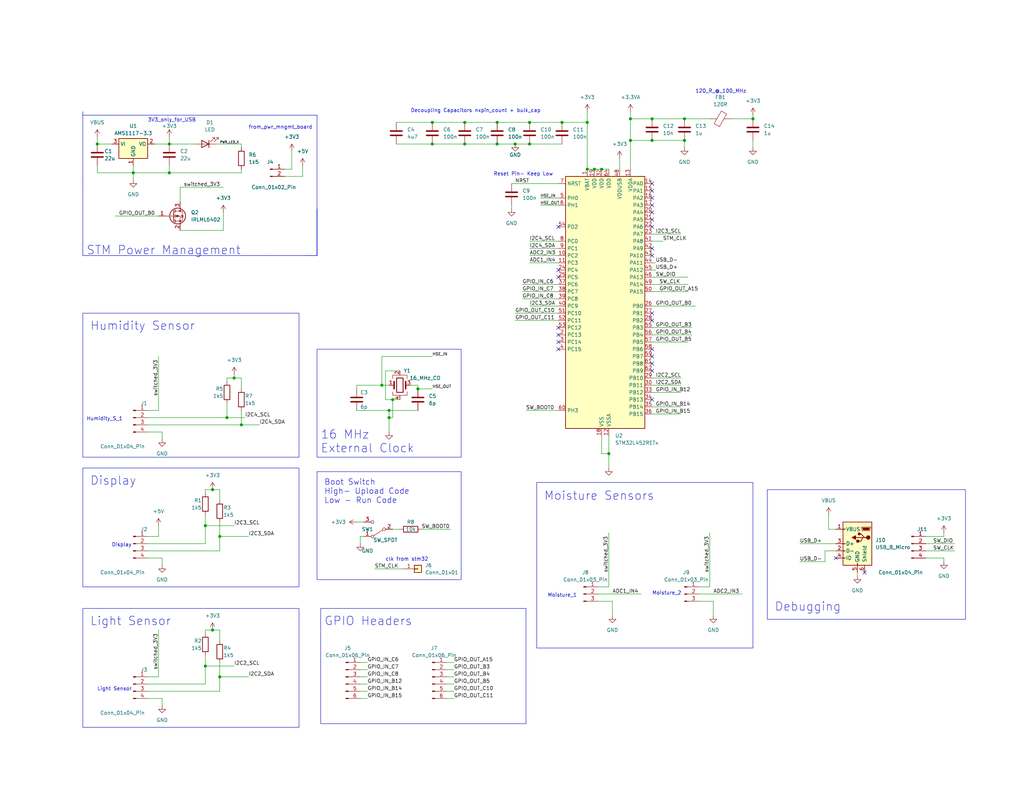
<source format=kicad_sch>
(kicad_sch (version 20230121) (generator eeschema)
  (paper "User" 360.985 280.391)
  (title_block (title "Updated Schematic v2") (date "10/24/24") (rev "2") (company "Chandler Stevenson, Soil Sense"))
  (lib_symbols
    (symbol "Connector:Conn_01x02_Pin" (pin_names (offset 1.016) hide)
      (property "Reference" "J" (at 0 2.54 0))
      (property "Value" "Conn_01x02_Pin" (at 0 -5.08 0))
      (symbol "Conn_01x02_Pin_1_1"
        (pin passive line (at 5.08 0 180) (length 3.81) (name "Pin_1") (number "1"))
        (pin passive line (at 5.08 -2.54 180) (length 3.81) (name "Pin_2") (number "2"))
      )
    )
    (symbol "Connector:Conn_01x03_Pin" (pin_names (offset 1.016) hide)
      (property "Reference" "J" (at 0 5.08 0))
      (property "Value" "Conn_01x03_Pin" (at 0 -5.08 0))
      (symbol "Conn_01x03_Pin_1_1"
        (pin passive line (at 5.08 2.54 180) (length 3.81) (name "Pin_1") (number "1"))
        (pin passive line (at 5.08 0 180) (length 3.81) (name "Pin_2") (number "2"))
        (pin passive line (at 5.08 -2.54 180) (length 3.81) (name "Pin_3") (number "3"))
      )
    )
    (symbol "Connector:Conn_01x04_Pin" (pin_names (offset 1.016) hide)
      (property "Reference" "J" (at 0 5.08 0))
      (property "Value" "Conn_01x04_Pin" (at 0 -7.62 0))
      (symbol "Conn_01x04_Pin_1_1"
        (pin passive line (at 5.08 2.54 180) (length 3.81) (name "Pin_1") (number "1"))
        (pin passive line (at 5.08 0 180) (length 3.81) (name "Pin_2") (number "2"))
        (pin passive line (at 5.08 -2.54 180) (length 3.81) (name "Pin_3") (number "3"))
        (pin passive line (at 5.08 -5.08 180) (length 3.81) (name "Pin_4") (number "4"))
      )
    )
    (symbol "Connector:Conn_01x06_Pin" (pin_names (offset 1.016) hide)
      (property "Reference" "J" (at 0 7.62 0))
      (property "Value" "Conn_01x06_Pin" (at 0 -10.16 0))
      (symbol "Conn_01x06_Pin_1_1"
        (pin passive line (at 5.08 5.08 180) (length 3.81) (name "Pin_1") (number "1"))
        (pin passive line (at 5.08 2.54 180) (length 3.81) (name "Pin_2") (number "2"))
        (pin passive line (at 5.08 0 180) (length 3.81) (name "Pin_3") (number "3"))
        (pin passive line (at 5.08 -2.54 180) (length 3.81) (name "Pin_4") (number "4"))
        (pin passive line (at 5.08 -5.08 180) (length 3.81) (name "Pin_5") (number "5"))
        (pin passive line (at 5.08 -7.62 180) (length 3.81) (name "Pin_6") (number "6"))
      )
    )
    (symbol "Connector:USB_B_Micro" (pin_names (offset 1.016))
      (property "Reference" "J" (at -5.08 11.43 0))
      (property "Value" "USB_B_Micro" (at -5.08 8.89 0))
      (symbol "USB_B_Micro_1_1"
        (pin power_out line (at 7.62 5.08 180) (length 2.54) (name "VBUS") (number "1"))
        (pin bidirectional line (at 7.62 -2.54 180) (length 2.54) (name "D-") (number "2"))
        (pin bidirectional line (at 7.62 0 180) (length 2.54) (name "D+") (number "3"))
        (pin passive line (at 7.62 -5.08 180) (length 2.54) (name "ID") (number "4"))
        (pin power_out line (at 0 -10.16 90) (length 2.54) (name "GND") (number "5"))
        (pin passive line (at -2.54 -10.16 90) (length 2.54) (name "Shield") (number "6"))
      )
    )
    (symbol "Connector_Generic:Conn_01x01" (pin_names (offset 1.016) hide)
      (property "Reference" "J" (at 0 2.54 0))
      (property "Value" "Conn_01x01" (at 0 -2.54 0))
      (symbol "Conn_01x01_1_1"
        (pin passive line (at -5.08 0 0) (length 3.81) (name "Pin_1") (number "1"))
      )
    )
    (symbol "Device:C" (pin_numbers hide) (pin_names (offset 0.254))
      (property "Reference" "C" (at 0.635 2.54 0))
      (property "Value" "C" (at 0.635 -2.54 0))
      (symbol "C_1_1"
        (pin passive line (at 0 3.81 270) (length 2.794) (name "~") (number "1"))
        (pin passive line (at 0 -3.81 90) (length 2.794) (name "~") (number "2"))
      )
    )
    (symbol "Device:Crystal_GND24" (pin_names (offset 1.016) hide)
      (property "Reference" "Y" (at 3.175 5.08 0))
      (property "Value" "Crystal_GND24" (at 3.175 3.175 0))
      (symbol "Crystal_GND24_1_1"
        (pin passive line (at -3.81 0 0) (length 1.27) (name "1") (number "1"))
        (pin passive line (at 0 5.08 270) (length 1.27) (name "2") (number "2"))
        (pin passive line (at 3.81 0 180) (length 1.27) (name "3") (number "3"))
        (pin passive line (at 0 -5.08 90) (length 1.27) (name "4") (number "4"))
      )
    )
    (symbol "Device:FerriteBead" (pin_numbers hide) (pin_names (offset 0))
      (property "Reference" "FB" (at -3.81 0.635 90))
      (property "Value" "FerriteBead" (at 3.81 0 90))
      (symbol "FerriteBead_1_1"
        (pin passive line (at 0 3.81 270) (length 2.54) (name "~") (number "1"))
        (pin passive line (at 0 -3.81 90) (length 2.54) (name "~") (number "2"))
      )
    )
    (symbol "Device:LED" (pin_numbers hide) (pin_names (offset 1.016) hide)
      (property "Reference" "D" (at 0 2.54 0))
      (property "Value" "LED" (at 0 -2.54 0))
      (symbol "LED_1_1"
        (pin passive line (at -3.81 0 0) (length 2.54) (name "K") (number "1"))
        (pin passive line (at 3.81 0 180) (length 2.54) (name "A") (number "2"))
      )
    )
    (symbol "Device:R" (pin_numbers hide) (pin_names (offset 0))
      (property "Reference" "R" (at 2.032 0 90))
      (property "Value" "R" (at 0 0 90))
      (symbol "R_1_1"
        (pin passive line (at 0 3.81 270) (length 1.27) (name "~") (number "1"))
        (pin passive line (at 0 -3.81 90) (length 1.27) (name "~") (number "2"))
      )
    )
    (symbol "MCU_ST_STM32L4:STM32L452RETx"
      (property "Reference" "U2" (at 4.7341 -45.72 0))
      (property "Value" "STM32L452RETx" (at 4.7341 -48.26 0))
      (symbol "STM32L452RETx_1_1"
        (pin power_in line (at -5.08 48.26 270) (length 2.54) (name "VBAT") (number "1"))
        (pin bidirectional line (at -15.24 17.78 0) (length 2.54) (name "PC2") (number "10"))
        (pin bidirectional line (at -15.24 15.24 0) (length 2.54) (name "PC3") (number "11"))
        (pin power_in line (at 2.54 -45.72 90) (length 2.54) (name "VSSA") (number "12"))
        (pin power_in line (at 10.16 48.26 270) (length 2.54) (name "VDDA") (number "13"))
        (pin bidirectional line (at 17.78 43.18 180) (length 2.54) (name "PA0") (number "14"))
        (pin bidirectional line (at 17.78 40.64 180) (length 2.54) (name "PA1") (number "15"))
        (pin bidirectional line (at 17.78 38.1 180) (length 2.54) (name "PA2") (number "16"))
        (pin bidirectional line (at 17.78 35.56 180) (length 2.54) (name "PA3") (number "17"))
        (pin power_in line (at 0 -45.72 90) (length 2.54) (name "VSS") (number "18"))
        (pin power_in line (at -2.54 48.26 270) (length 2.54) (name "VDD") (number "19"))
        (pin bidirectional line (at -15.24 -10.16 0) (length 2.54) (name "PC13") (number "2"))
        (pin bidirectional line (at 17.78 33.02 180) (length 2.54) (name "PA4") (number "20"))
        (pin bidirectional line (at 17.78 30.48 180) (length 2.54) (name "PA5") (number "21"))
        (pin bidirectional line (at 17.78 27.94 180) (length 2.54) (name "PA6") (number "22"))
        (pin bidirectional line (at 17.78 25.4 180) (length 2.54) (name "PA7") (number "23"))
        (pin bidirectional line (at -15.24 12.7 0) (length 2.54) (name "PC4") (number "24"))
        (pin bidirectional line (at -15.24 10.16 0) (length 2.54) (name "PC5") (number "25"))
        (pin bidirectional line (at 17.78 0 180) (length 2.54) (name "PB0") (number "26"))
        (pin bidirectional line (at 17.78 -2.54 180) (length 2.54) (name "PB1") (number "27"))
        (pin bidirectional line (at 17.78 -5.08 180) (length 2.54) (name "PB2") (number "28"))
        (pin bidirectional line (at 17.78 -25.4 180) (length 2.54) (name "PB10") (number "29"))
        (pin bidirectional line (at -15.24 -12.7 0) (length 2.54) (name "PC14") (number "3"))
        (pin bidirectional line (at 17.78 -27.94 180) (length 2.54) (name "PB11") (number "30"))
        (pin passive line (at 0 -45.72 90) (length 2.54) hide (name "VSS") (number "31"))
        (pin power_in line (at 0 48.26 270) (length 2.54) (name "VDD") (number "32"))
        (pin bidirectional line (at 17.78 -30.48 180) (length 2.54) (name "PB12") (number "33"))
        (pin bidirectional line (at 17.78 -33.02 180) (length 2.54) (name "PB13") (number "34"))
        (pin bidirectional line (at 17.78 -35.56 180) (length 2.54) (name "PB14") (number "35"))
        (pin bidirectional line (at 17.78 -38.1 180) (length 2.54) (name "PB15") (number "36"))
        (pin bidirectional line (at -15.24 7.62 0) (length 2.54) (name "PC6") (number "37"))
        (pin bidirectional line (at -15.24 5.08 0) (length 2.54) (name "PC7") (number "38"))
        (pin bidirectional line (at -15.24 2.54 0) (length 2.54) (name "PC8") (number "39"))
        (pin bidirectional line (at -15.24 -15.24 0) (length 2.54) (name "PC15") (number "4"))
        (pin bidirectional line (at -15.24 0 0) (length 2.54) (name "PC9") (number "40"))
        (pin bidirectional line (at 17.78 22.86 180) (length 2.54) (name "PA8") (number "41"))
        (pin bidirectional line (at 17.78 20.32 180) (length 2.54) (name "PA9") (number "42"))
        (pin bidirectional line (at 17.78 17.78 180) (length 2.54) (name "PA10") (number "43"))
        (pin bidirectional line (at 17.78 15.24 180) (length 2.54) (name "PA11") (number "44"))
        (pin bidirectional line (at 17.78 12.7 180) (length 2.54) (name "PA12") (number "45"))
        (pin bidirectional line (at 17.78 10.16 180) (length 2.54) (name "PA13") (number "46"))
        (pin passive line (at 0 -45.72 90) (length 2.54) hide (name "VSS") (number "47"))
        (pin power_in line (at 6.35 48.26 270) (length 2.54) (name "VDDUSB") (number "48"))
        (pin bidirectional line (at 17.78 7.62 180) (length 2.54) (name "PA14") (number "49"))
        (pin bidirectional line (at -15.24 38.1 0) (length 2.54) (name "PH0") (number "5"))
        (pin bidirectional line (at 17.78 5.08 180) (length 2.54) (name "PA15") (number "50"))
        (pin bidirectional line (at -15.24 -2.54 0) (length 2.54) (name "PC10") (number "51"))
        (pin bidirectional line (at -15.24 -5.08 0) (length 2.54) (name "PC11") (number "52"))
        (pin bidirectional line (at -15.24 -7.62 0) (length 2.54) (name "PC12") (number "53"))
        (pin bidirectional line (at -15.24 27.94 0) (length 2.54) (name "PD2") (number "54"))
        (pin bidirectional line (at 17.78 -7.62 180) (length 2.54) (name "PB3") (number "55"))
        (pin bidirectional line (at 17.78 -10.16 180) (length 2.54) (name "PB4") (number "56"))
        (pin bidirectional line (at 17.78 -12.7 180) (length 2.54) (name "PB5") (number "57"))
        (pin bidirectional line (at 17.78 -15.24 180) (length 2.54) (name "PB6") (number "58"))
        (pin bidirectional line (at 17.78 -17.78 180) (length 2.54) (name "PB7") (number "59"))
        (pin bidirectional line (at -15.24 35.56 0) (length 2.54) (name "PH1") (number "6"))
        (pin bidirectional line (at -15.24 -36.83 0) (length 2.54) (name "PH3") (number "60"))
        (pin bidirectional line (at 17.78 -20.32 180) (length 2.54) (name "PB8") (number "61"))
        (pin bidirectional line (at 17.78 -22.86 180) (length 2.54) (name "PB9") (number "62"))
        (pin passive line (at 0 -45.72 90) (length 2.54) hide (name "VSS") (number "63"))
        (pin power_in line (at 2.54 48.26 270) (length 2.54) (name "VDD") (number "64"))
        (pin input line (at -15.24 43.18 0) (length 2.54) (name "NRST") (number "7"))
        (pin bidirectional line (at -15.24 22.86 0) (length 2.54) (name "PC0") (number "8"))
        (pin bidirectional line (at -15.24 20.32 0) (length 2.54) (name "PC1") (number "9"))
      )
    )
    (symbol "Regulator_Linear:AMS1117-3.3"
      (property "Reference" "U" (at -3.81 3.175 0))
      (property "Value" "AMS1117-3.3" (at 0 3.175 0))
      (symbol "AMS1117-3.3_1_1"
        (pin power_in line (at 0 -7.62 90) (length 2.54) (name "GND") (number "1"))
        (pin power_out line (at 7.62 0 180) (length 2.54) (name "VO") (number "2"))
        (pin power_in line (at -7.62 0 0) (length 2.54) (name "VI") (number "3"))
      )
    )
    (symbol "Switch:SW_SPDT" (pin_names (offset 0) hide)
      (property "Reference" "SW" (at 0 4.318 0))
      (property "Value" "SW_SPDT" (at 0 -5.08 0))
      (symbol "SW_SPDT_1_1"
        (pin passive line (at 5.08 2.54 180) (length 2.54) (name "A") (number "1"))
        (pin passive line (at -5.08 0 0) (length 2.54) (name "B") (number "2"))
        (pin passive line (at 5.08 -2.54 180) (length 2.54) (name "C") (number "3"))
      )
    )
    (symbol "Transistor_FET:IRLML6402" (pin_names hide)
      (property "Reference" "Q" (at 5.08 1.905 0))
      (property "Value" "IRLML6402" (at 5.08 0 0))
      (symbol "IRLML6402_1_1"
        (pin input line (at -5.08 0 0) (length 2.54) (name "G") (number "1"))
        (pin passive line (at 2.54 -5.08 90) (length 2.54) (name "S") (number "2"))
        (pin passive line (at 2.54 5.08 270) (length 2.54) (name "D") (number "3"))
      )
    )
    (symbol "openlst-hw:+3.3V" (power) (pin_names (offset 0))
      (property "Value" "+3.3V" (at 0 3.556 0))
      (symbol "+3.3V_1_1"
        (pin power_in line (at 0 0 90) (length 0) hide (name "+3V3") (number "1"))
      )
    )
    (symbol "openlst-hw:+5V" (power) (pin_names (offset 0))
      (property "Value" "+5V" (at 0 3.556 0))
      (symbol "+5V_1_1"
        (pin power_in line (at 0 0 90) (length 0) hide (name "+5V") (number "1"))
      )
    )
    (symbol "openlst-hw:GND" (power) (pin_names (offset 0))
      (property "Value" "GND" (at 0 -3.81 0))
      (symbol "GND_1_1"
        (pin power_in line (at 0 0 270) (length 0) hide (name "GND") (number "1"))
      )
    )
    (symbol "power:+3.3VA" (power) (pin_names (offset 0))
      (property "Value" "+3.3VA" (at 0 3.556 0))
      (symbol "+3.3VA_1_1"
        (pin power_in line (at 0 0 90) (length 0) hide (name "+3.3VA") (number "1"))
      )
    )
    (symbol "power:+3V3" (power) (pin_names (offset 0))
      (property "Value" "+3V3" (at 0 3.556 0))
      (symbol "+3V3_1_1"
        (pin power_in line (at 0 0 90) (length 0) hide (name "+3V3") (number "1"))
      )
    )
    (symbol "power:GND" (power) (pin_names (offset 0))
      (property "Value" "GND" (at 0 -3.81 0))
      (symbol "GND_1_1"
        (pin power_in line (at 0 0 270) (length 0) hide (name "GND") (number "1"))
      )
    )
    (symbol "power:VBUS" (power) (pin_names (offset 0))
      (property "Value" "VBUS" (at 0 3.81 0))
      (symbol "VBUS_1_1"
        (pin power_in line (at 0 0 90) (length 0) hide (name "VBUS") (number "1"))
      )
    )
  )
  (junction (at 137.16 144.78))
  (junction (at 207.01 59.69))
  (junction (at 207.01 43.18))
  (junction (at 241.3 49.53))
  (junction (at 212.09 59.69))
  (junction (at 59.69 60.96))
  (junction (at 175.26 43.18))
  (junction (at 265.43 41.91))
  (junction (at 222.25 41.91))
  (junction (at 59.69 50.8))
  (junction (at 198.12 43.18))
  (junction (at 82.55 133.35))
  (junction (at 147.32 137.16))
  (junction (at 186.69 43.18))
  (junction (at 85.09 149.86))
  (junction (at 152.4 43.18))
  (junction (at 74.93 222.25))
  (junction (at 241.3 41.91))
  (junction (at 134.62 135.89))
  (junction (at 209.55 59.69))
  (junction (at 186.69 50.8))
  (junction (at 72.39 234.95))
  (junction (at 175.26 50.8))
  (junction (at 137.16 147.32))
  (junction (at 181.61 50.8))
  (junction (at 77.47 189.23))
  (junction (at 222.25 49.53))
  (junction (at 34.29 50.8))
  (junction (at 152.4 50.8))
  (junction (at 229.87 41.91))
  (junction (at 214.63 160.02))
  (junction (at 229.87 49.53))
  (junction (at 46.99 60.96))
  (junction (at 163.83 43.18))
  (junction (at 74.93 172.72))
  (junction (at 138.43 140.97))
  (junction (at 80.01 147.32))
  (junction (at 77.47 238.76))
  (junction (at 163.83 50.8))
  (junction (at 72.39 185.42))
  (no_connect (at 229.87 72.39))
  (no_connect (at 229.87 113.03))
  (no_connect (at 229.87 128.27))
  (no_connect (at 196.85 115.57))
  (no_connect (at 196.85 120.65))
  (no_connect (at 196.85 123.19))
  (no_connect (at 229.87 87.63))
  (no_connect (at 294.64 196.85))
  (no_connect (at 304.8 201.93))
  (no_connect (at 196.85 97.79))
  (no_connect (at 229.87 64.77))
  (no_connect (at 229.87 74.93))
  (no_connect (at 229.87 69.85))
  (no_connect (at 229.87 67.31))
  (no_connect (at 196.85 118.11))
  (no_connect (at 229.87 110.49))
  (no_connect (at 196.85 95.25))
  (no_connect (at 229.87 130.81))
  (no_connect (at 229.87 80.01))
  (no_connect (at 229.87 140.97))
  (no_connect (at 229.87 123.19))
  (no_connect (at 229.87 77.47))
  (no_connect (at 196.85 80.01))
  (no_connect (at 229.87 125.73))
  (no_connect (at 229.87 90.17))
  (wire (pts (xy 125.73 184.15) (xy 128.27 184.15)))
  (wire (pts (xy 127 233.68) (xy 129.54 233.68)))
  (wire (pts (xy 80.01 142.24) (xy 80.01 147.32)))
  (wire (pts (xy 127 246.38) (xy 129.54 246.38)))
  (wire (pts (xy 157.48 241.3) (xy 160.02 241.3)))
  (wire (pts (xy 180.34 64.77) (xy 196.85 64.77)))
  (polyline (pts (xy 29.21 90.17) (xy 93.98 90.17)))
  (wire (pts (xy 135.89 130.81) (xy 135.89 140.97)))
  (wire (pts (xy 147.32 137.16) (xy 152.4 137.16)))
  (wire (pts (xy 80.01 147.32) (xy 86.36 147.32)))
  (wire (pts (xy 55.88 189.23) (xy 52.07 189.23)))
  (wire (pts (xy 46.99 60.96) (xy 46.99 58.42)))
  (wire (pts (xy 175.26 50.8) (xy 181.61 50.8)))
  (wire (pts (xy 229.87 95.25) (xy 231.14 95.25)))
  (wire (pts (xy 46.99 63.5) (xy 46.99 60.96)))
  (wire (pts (xy 59.69 48.26) (xy 59.69 50.8)))
  (wire (pts (xy 157.48 236.22) (xy 160.02 236.22)))
  (wire (pts (xy 63.5 81.28) (xy 78.74 81.28)))
  (wire (pts (xy 63.5 71.12) (xy 63.5 66.04)))
  (wire (pts (xy 106.68 58.42) (xy 106.68 62.23)))
  (wire (pts (xy 250.19 187.96) (xy 250.19 207.01)))
  (wire (pts (xy 57.15 246.38) (xy 57.15 248.92)))
  (wire (pts (xy 127 189.23) (xy 128.27 189.23)))
  (wire (pts (xy 72.39 172.72) (xy 72.39 173.99)))
  (wire (pts (xy 77.47 189.23) (xy 87.63 189.23)))
  (wire (pts (xy 229.87 107.95) (xy 245.11 107.95)))
  (wire (pts (xy 186.69 90.17) (xy 196.85 90.17)))
  (wire (pts (xy 147.32 135.89) (xy 147.32 137.16)))
  (wire (pts (xy 74.93 222.25) (xy 77.47 222.25)))
  (wire (pts (xy 100.33 59.69) (xy 102.87 59.69)))
  (wire (pts (xy 250.19 207.01) (xy 246.38 207.01)))
  (wire (pts (xy 52.07 196.85) (xy 57.15 196.85)))
  (wire (pts (xy 292.1 181.61) (xy 292.1 186.69)))
  (wire (pts (xy 137.16 152.4) (xy 137.16 147.32)))
  (wire (pts (xy 265.43 49.53) (xy 265.43 52.07)))
  (wire (pts (xy 77.47 189.23) (xy 77.47 194.31)))
  (wire (pts (xy 229.87 41.91) (xy 241.3 41.91)))
  (wire (pts (xy 184.15 100.33) (xy 196.85 100.33)))
  (wire (pts (xy 72.39 222.25) (xy 72.39 223.52)))
  (wire (pts (xy 59.69 50.8) (xy 68.58 50.8)))
  (wire (pts (xy 222.25 41.91) (xy 222.25 49.53)))
  (wire (pts (xy 222.25 49.53) (xy 222.25 59.69)))
  (wire (pts (xy 190.5 69.85) (xy 196.85 69.85)))
  (wire (pts (xy 72.39 181.61) (xy 72.39 185.42)))
  (wire (pts (xy 77.47 184.15) (xy 77.47 189.23)))
  (wire (pts (xy 34.29 60.96) (xy 34.29 58.42)))
  (wire (pts (xy 135.89 140.97) (xy 138.43 140.97)))
  (wire (pts (xy 134.62 125.73) (xy 134.62 135.89)))
  (wire (pts (xy 163.83 50.8) (xy 175.26 50.8)))
  (wire (pts (xy 229.87 49.53) (xy 241.3 49.53)))
  (polyline (pts (xy 111.76 90.17) (xy 111.76 73.66)))
  (wire (pts (xy 137.16 144.78) (xy 147.32 144.78)))
  (wire (pts (xy 85.09 149.86) (xy 91.44 149.86)))
  (wire (pts (xy 55.88 144.78) (xy 52.07 144.78)))
  (wire (pts (xy 59.69 58.42) (xy 59.69 60.96)))
  (wire (pts (xy 214.63 160.02) (xy 214.63 153.67)))
  (wire (pts (xy 218.44 55.88) (xy 218.44 59.69)))
  (wire (pts (xy 34.29 48.26) (xy 34.29 50.8)))
  (wire (pts (xy 157.48 233.68) (xy 160.02 233.68)))
  (wire (pts (xy 214.63 207.01) (xy 210.82 207.01)))
  (wire (pts (xy 57.15 196.85) (xy 57.15 199.39)))
  (wire (pts (xy 85.09 133.35) (xy 85.09 137.16)))
  (wire (pts (xy 34.29 50.8) (xy 39.37 50.8)))
  (wire (pts (xy 229.87 100.33) (xy 242.57 100.33)))
  (wire (pts (xy 212.09 160.02) (xy 212.09 153.67)))
  (wire (pts (xy 140.97 130.81) (xy 135.89 130.81)))
  (wire (pts (xy 251.46 212.09) (xy 246.38 212.09)))
  (wire (pts (xy 229.87 146.05) (xy 240.03 146.05)))
  (wire (pts (xy 55.88 125.73) (xy 55.88 144.78)))
  (wire (pts (xy 139.7 43.18) (xy 152.4 43.18)))
  (wire (pts (xy 100.33 62.23) (xy 106.68 62.23)))
  (wire (pts (xy 281.94 191.77) (xy 294.64 191.77)))
  (wire (pts (xy 222.25 39.37) (xy 222.25 41.91)))
  (wire (pts (xy 125.73 137.16) (xy 125.73 135.89)))
  (wire (pts (xy 229.87 135.89) (xy 240.03 135.89)))
  (wire (pts (xy 52.07 191.77) (xy 72.39 191.77)))
  (wire (pts (xy 209.55 59.69) (xy 212.09 59.69)))
  (wire (pts (xy 52.07 243.84) (xy 77.47 243.84)))
  (wire (pts (xy 186.69 85.09) (xy 196.85 85.09)))
  (wire (pts (xy 137.16 144.78) (xy 137.16 147.32)))
  (wire (pts (xy 241.3 41.91) (xy 250.19 41.91)))
  (wire (pts (xy 229.87 85.09) (xy 233.68 85.09)))
  (wire (pts (xy 210.82 209.55) (xy 226.06 209.55)))
  (wire (pts (xy 214.63 187.96) (xy 214.63 207.01)))
  (wire (pts (xy 215.9 212.09) (xy 210.82 212.09)))
  (polyline (pts (xy 107.95 90.17) (xy 111.76 90.17)))
  (wire (pts (xy 52.07 246.38) (xy 57.15 246.38)))
  (wire (pts (xy 63.5 66.04) (xy 78.74 66.04)))
  (wire (pts (xy 72.39 185.42) (xy 72.39 191.77)))
  (wire (pts (xy 290.83 194.31) (xy 294.64 194.31)))
  (wire (pts (xy 326.39 189.23) (xy 332.74 189.23)))
  (wire (pts (xy 186.69 43.18) (xy 198.12 43.18)))
  (wire (pts (xy 157.48 243.84) (xy 160.02 243.84)))
  (wire (pts (xy 46.99 60.96) (xy 34.29 60.96)))
  (wire (pts (xy 163.83 43.18) (xy 175.26 43.18)))
  (wire (pts (xy 228.6 87.63) (xy 229.87 87.63)))
  (wire (pts (xy 302.26 201.93) (xy 302.26 203.2)))
  (polyline (pts (xy 111.76 90.17) (xy 111.76 40.64)))
  (wire (pts (xy 181.61 50.8) (xy 186.69 50.8)))
  (wire (pts (xy 222.25 49.53) (xy 229.87 49.53)))
  (wire (pts (xy 77.47 233.68) (xy 77.47 238.76)))
  (wire (pts (xy 257.81 41.91) (xy 265.43 41.91)))
  (wire (pts (xy 229.87 143.51) (xy 240.03 143.51)))
  (wire (pts (xy 54.61 50.8) (xy 59.69 50.8)))
  (wire (pts (xy 332.74 189.23) (xy 332.74 187.96)))
  (wire (pts (xy 326.39 196.85) (xy 332.74 196.85)))
  (wire (pts (xy 229.87 138.43) (xy 240.03 138.43)))
  (wire (pts (xy 229.87 115.57) (xy 243.84 115.57)))
  (wire (pts (xy 82.55 132.08) (xy 82.55 133.35)))
  (polyline (pts (xy 111.76 90.17) (xy 93.98 90.17)))
  (wire (pts (xy 80.01 133.35) (xy 80.01 134.62)))
  (wire (pts (xy 125.73 135.89) (xy 134.62 135.89)))
  (wire (pts (xy 59.69 60.96) (xy 46.99 60.96)))
  (wire (pts (xy 184.15 105.41) (xy 196.85 105.41)))
  (wire (pts (xy 52.07 149.86) (xy 85.09 149.86)))
  (wire (pts (xy 138.43 186.69) (xy 140.97 186.69)))
  (wire (pts (xy 152.4 43.18) (xy 163.83 43.18)))
  (wire (pts (xy 74.93 172.72) (xy 77.47 172.72)))
  (wire (pts (xy 214.63 165.1) (xy 214.63 160.02)))
  (wire (pts (xy 190.5 72.39) (xy 196.85 72.39)))
  (wire (pts (xy 40.64 76.2) (xy 55.88 76.2)))
  (wire (pts (xy 74.93 172.72) (xy 72.39 172.72)))
  (wire (pts (xy 222.25 41.91) (xy 229.87 41.91)))
  (wire (pts (xy 85.09 144.78) (xy 85.09 149.86)))
  (wire (pts (xy 152.4 50.8) (xy 163.83 50.8)))
  (wire (pts (xy 76.2 50.8) (xy 85.09 50.8)))
  (wire (pts (xy 77.47 172.72) (xy 77.47 176.53)))
  (wire (pts (xy 52.07 152.4) (xy 57.15 152.4)))
  (wire (pts (xy 229.87 133.35) (xy 240.03 133.35)))
  (wire (pts (xy 290.83 198.12) (xy 290.83 194.31)))
  (wire (pts (xy 214.63 160.02) (xy 212.09 160.02)))
  (wire (pts (xy 72.39 185.42) (xy 82.55 185.42)))
  (wire (pts (xy 229.87 120.65) (xy 242.57 120.65)))
  (wire (pts (xy 181.61 113.03) (xy 196.85 113.03)))
  (wire (pts (xy 57.15 152.4) (xy 57.15 154.94)))
  (wire (pts (xy 229.87 97.79) (xy 242.57 97.79)))
  (wire (pts (xy 72.39 234.95) (xy 72.39 241.3)))
  (wire (pts (xy 138.43 147.32) (xy 138.43 140.97)))
  (wire (pts (xy 78.74 74.93) (xy 78.74 81.28)))
  (wire (pts (xy 326.39 191.77) (xy 336.55 191.77)))
  (wire (pts (xy 139.7 50.8) (xy 152.4 50.8)))
  (wire (pts (xy 184.15 102.87) (xy 196.85 102.87)))
  (wire (pts (xy 251.46 212.09) (xy 251.46 217.17)))
  (wire (pts (xy 229.87 82.55) (xy 240.03 82.55)))
  (wire (pts (xy 228.6 90.17) (xy 229.87 90.17)))
  (wire (pts (xy 74.93 222.25) (xy 72.39 222.25)))
  (wire (pts (xy 198.12 43.18) (xy 207.01 43.18)))
  (wire (pts (xy 59.69 60.96) (xy 85.09 60.96)))
  (wire (pts (xy 55.88 185.42) (xy 55.88 189.23)))
  (wire (pts (xy 137.16 147.32) (xy 138.43 147.32)))
  (wire (pts (xy 241.3 49.53) (xy 241.3 52.07)))
  (wire (pts (xy 185.42 144.78) (xy 196.85 144.78)))
  (wire (pts (xy 186.69 92.71) (xy 196.85 92.71)))
  (wire (pts (xy 229.87 118.11) (xy 243.84 118.11)))
  (wire (pts (xy 55.88 238.76) (xy 52.07 238.76)))
  (wire (pts (xy 77.47 238.76) (xy 77.47 243.84)))
  (wire (pts (xy 82.55 133.35) (xy 85.09 133.35)))
  (wire (pts (xy 181.61 110.49) (xy 196.85 110.49)))
  (wire (pts (xy 332.74 196.85) (xy 332.74 198.12)))
  (wire (pts (xy 52.07 241.3) (xy 72.39 241.3)))
  (wire (pts (xy 180.34 72.39) (xy 180.34 73.66)))
  (wire (pts (xy 138.43 140.97) (xy 140.97 140.97)))
  (wire (pts (xy 152.4 125.73) (xy 134.62 125.73)))
  (polyline (pts (xy 29.21 39.37) (xy 29.21 64.77)))
  (wire (pts (xy 292.1 186.69) (xy 294.64 186.69)))
  (wire (pts (xy 77.47 238.76) (xy 87.63 238.76)))
  (wire (pts (xy 144.78 135.89) (xy 147.32 135.89)))
  (wire (pts (xy 186.69 107.95) (xy 196.85 107.95)))
  (wire (pts (xy 102.87 53.34) (xy 102.87 59.69)))
  (wire (pts (xy 52.07 194.31) (xy 77.47 194.31)))
  (wire (pts (xy 125.73 144.78) (xy 137.16 144.78)))
  (polyline (pts (xy 111.76 40.64) (xy 29.21 40.64)))
  (wire (pts (xy 72.39 234.95) (xy 82.55 234.95)))
  (wire (pts (xy 207.01 43.18) (xy 207.01 59.69)))
  (wire (pts (xy 229.87 92.71) (xy 231.14 92.71)))
  (wire (pts (xy 265.43 40.64) (xy 265.43 41.91)))
  (wire (pts (xy 207.01 59.69) (xy 209.55 59.69)))
  (wire (pts (xy 72.39 231.14) (xy 72.39 234.95)))
  (wire (pts (xy 52.07 147.32) (xy 80.01 147.32)))
  (wire (pts (xy 281.94 198.12) (xy 290.83 198.12)))
  (polyline (pts (xy 29.21 64.77) (xy 29.21 90.17)))
  (wire (pts (xy 157.48 246.38) (xy 160.02 246.38)))
  (wire (pts (xy 134.62 135.89) (xy 137.16 135.89)))
  (wire (pts (xy 207.01 39.37) (xy 207.01 43.18)))
  (wire (pts (xy 212.09 59.69) (xy 214.63 59.69)))
  (wire (pts (xy 127 238.76) (xy 129.54 238.76)))
  (wire (pts (xy 246.38 209.55) (xy 261.62 209.55)))
  (wire (pts (xy 215.9 212.09) (xy 215.9 217.17)))
  (wire (pts (xy 229.87 102.87) (xy 242.57 102.87)))
  (wire (pts (xy 127 191.77) (xy 127 189.23)))
  (wire (pts (xy 85.09 50.8) (xy 85.09 52.07)))
  (wire (pts (xy 85.09 59.69) (xy 85.09 60.96)))
  (wire (pts (xy 157.48 238.76) (xy 160.02 238.76)))
  (wire (pts (xy 186.69 50.8) (xy 198.12 50.8)))
  (wire (pts (xy 127 243.84) (xy 129.54 243.84)))
  (wire (pts (xy 175.26 43.18) (xy 186.69 43.18)))
  (wire (pts (xy 127 241.3) (xy 129.54 241.3)))
  (wire (pts (xy 186.69 87.63) (xy 196.85 87.63)))
  (wire (pts (xy 127 236.22) (xy 129.54 236.22)))
  (wire (pts (xy 326.39 194.31) (xy 336.55 194.31)))
  (wire (pts (xy 132.08 200.66) (xy 142.24 200.66)))
  (wire (pts (xy 148.59 186.69) (xy 158.75 186.69)))
  (wire (pts (xy 55.88 222.25) (xy 55.88 238.76)))
  (wire (pts (xy 77.47 222.25) (xy 77.47 226.06)))
  (wire (pts (xy 82.55 133.35) (xy 80.01 133.35)))
  (rectangle (start 29.21 165.1) (end 105.41 207.01))
  (rectangle (start 189.23 170.18) (end 265.43 228.6))
  (rectangle (start 111.76 166.37) (end 162.56 204.47))
  (rectangle (start 111.76 123.19) (end 162.56 161.29))
  (rectangle (start 113.03 214.63) (end 185.42 255.27))
  (rectangle (start 29.21 214.63) (end 105.41 256.54))
  (rectangle (start 29.21 110.49) (end 105.41 161.29))
  (rectangle (start 270.51 172.72) (end 340.36 218.44))
  (text "Decoupling Capacitors nxpin_count + bulk_cap\n\n" (at 144.78 41.91 0) (effects (font (size 1.27 1.27)) (justify left bottom)))
  (text "16 MHz \nExternal Clock\n" (at 113.03 160.02 0) (effects (font (size 3 3)) (justify left bottom)))
  (text "GPIO Headers\n" (at 114.3 220.98 0) (effects (font (size 3 3)) (justify left bottom)))
  (text "Moisture_2\n\n" (at 229.87 212.09 0) (effects (font (size 1.27 1.27)) (justify left bottom)))
  (text "from_pwr_mngmt_board\n" (at 87.63 45.72 0) (effects (font (size 1.27 1.27)) (justify left bottom)))
  (text "Light Sensor\n" (at 34.29 243.84 0) (effects (font (size 1.27 1.27)) (justify left bottom)))
  (text "3V3_only_for_USB\n" (at 52.07 43.18 0) (effects (font (size 1.27 1.27)) (justify left bottom)))
  (text "Light Sensor\n" (at 31.75 220.98 0) (effects (font (size 3 3)) (justify left bottom)))
  (text "120_R_@_100_MHz\n" (at 245.11 33.02 0) (effects (font (size 1.27 1.27)) (justify left bottom)))
  (text "Reset Pin- Keep Low\n" (at 173.99 62.23 0) (effects (font (size 1.27 1.27)) (justify left bottom)))
  (text "clk from stm32\n" (at 135.89 198.12 0) (effects (font (size 1.27 1.27)) (justify left bottom)))
  (text "Boot Switch \nHigh- Upload Code\nLow - Run Code" (at 114.3 177.8 0) (effects (font (size 2 2)) (justify left bottom)))
  (text "STM Power Management" (at 30.48 90.17 0) (effects (font (size 3 3)) (justify left bottom)))
  (text "Display\n" (at 31.75 171.45 0) (effects (font (size 3 3)) (justify left bottom)))
  (text "Humidity Sensor\n" (at 31.75 116.84 0) (effects (font (size 3 3)) (justify left bottom)))
  (text "Humidity_S_1\n" (at 30.48 148.59 0) (effects (font (size 1.27 1.27)) (justify left bottom)))
  (text "Debugging\n" (at 273.05 215.9 0) (effects (font (size 3 3)) (justify left bottom)))
  (text "Moisture_1\n" (at 193.04 210.82 0) (effects (font (size 1.27 1.27)) (justify left bottom)))
  (text "Display\n" (at 39.37 193.04 0) (effects (font (size 1.27 1.27)) (justify left bottom)))
  (text "Moisture Sensors\n\n" (at 191.77 181.61 0) (effects (font (size 3 3)) (justify left bottom)))
  (label "GPIO_IN_B12" (at 129.54 241.3 0))
  (label "SW_BOOT0" (at 148.59 186.69 0))
  (label "GPIO_IN_C6" (at 129.54 233.68 0))
  (label "GPIO_OUT_A15" (at 160.02 233.68 0))
  (label "switched_3V3" (at 64.77 66.04 0))
  (label "GPIO_OUT_C10" (at 181.61 110.49 0))
  (label "HSE_OUT" (at 152.4 137.16 0) (effects (font (size 1 1))))
  (label "ADC2_IN3" (at 186.69 90.17 0))
  (label "SW_CLK" (at 328.93 194.31 0))
  (label "ADC2_IN3" (at 251.46 209.55 0))
  (label "USB_D+" (at 281.94 191.77 0))
  (label "GPIO_IN_B15" (at 231.14 146.05 0))
  (label "I2C3_SDA" (at 186.69 107.95 0))
  (label "ADC1_IN4" (at 186.69 92.71 0))
  (label "USB_D-" (at 231.14 92.71 0))
  (label "GPIO_OUT_B5" (at 160.02 241.3 0))
  (label "I2C4_SCL" (at 86.36 147.32 0))
  (label "USB_D+" (at 231.14 95.25 0))
  (label "SW_CLK" (at 232.41 100.33 0))
  (label "HSE_OUT" (at 190.5 72.39 0) (effects (font (size 1 1))))
  (label "GPIO_OUT_C10" (at 160.02 243.84 0))
  (label "I2C2_SCL" (at 82.55 234.95 0))
  (label "GPIO_IN_C8" (at 129.54 238.76 0))
  (label "STM_CLK" (at 233.68 85.09 0))
  (label "GPIO_IN_C7" (at 184.15 102.87 0))
  (label "GPIO_IN_B12" (at 231.14 138.43 0))
  (label "SW_BOOT0" (at 185.42 144.78 0))
  (label "SW_DIO" (at 328.93 191.77 0))
  (label "GPIO_IN_C6" (at 184.15 100.33 0))
  (label "GPIO_OUT_B3" (at 160.02 236.22 0))
  (label "GPIO_OUT_A15" (at 232.41 102.87 0))
  (label "GPIO_OUT_B4" (at 231.14 118.11 0))
  (label "I2C3_SCL" (at 82.55 185.42 0))
  (label "I2C4_SDA" (at 91.44 149.86 0))
  (label "GPIO_IN_C8" (at 184.15 105.41 0))
  (label "switched_3V3" (at 214.63 201.93 90))
  (label "GPIO_OUT_B4" (at 160.02 238.76 0))
  (label "I2C2_SDA" (at 87.63 238.76 0))
  (label "switched_3V3" (at 250.19 201.93 90))
  (label "GPIO_IN_B15" (at 129.54 246.38 0))
  (label "switched_3V3" (at 55.88 139.7 90))
  (label "PWR_LED_K" (at 77.47 50.8 0) (effects (font (size 0.8 0.8))))
  (label "GPIO_OUT_B5" (at 231.14 120.65 0))
  (label "I2C3_SCL" (at 231.14 82.55 0))
  (label "GPIO_OUT_C11" (at 160.02 246.38 0))
  (label "I2C4_SDA" (at 186.69 87.63 0))
  (label "HSE_IN" (at 152.4 125.73 0) (effects (font (size 1 1))))
  (label "I2C2_SCL" (at 231.14 133.35 0))
  (label "I2C2_SDA" (at 231.14 135.89 0))
  (label "GPIO_OUT_B0" (at 41.91 76.2 0))
  (label "I2C3_SDA" (at 87.63 189.23 0))
  (label "GPIO_IN_C7" (at 129.54 236.22 0))
  (label "NRST" (at 181.61 64.77 0))
  (label "SW_DIO" (at 231.14 97.79 0))
  (label "USB_D-" (at 281.94 198.12 0))
  (label "switched_3V3" (at 55.88 236.22 90))
  (label "ADC1_IN4" (at 215.9 209.55 0))
  (label "GPIO_OUT_B0" (at 231.14 107.95 0))
  (label "GPIO_IN_B14" (at 129.54 243.84 0))
  (label "I2C4_SCL" (at 186.69 85.09 0))
  (label "GPIO_OUT_B3" (at 231.14 115.57 0))
  (label "STM_CLK" (at 132.08 200.66 0))
  (label "HSE_IN" (at 190.5 69.85 0) (effects (font (size 1 1))))
  (label "GPIO_OUT_C11" (at 181.61 113.03 0))
  (label "GPIO_IN_B14" (at 231.14 143.51 0))
  (symbol (lib_id "Connector:Conn_01x04_Pin") (at 46.99 241.3 0) (unit 1)
    (property "Reference" "J3" (at 50.8 236.22 0))
    (property "Value" "Conn_01x04_Pin" (at 43.18 251.46 0))
    (property "Footprint" "Connector_PinHeader_2.54mm:PinHeader_1x04_P2.54mm_Vertical" (effects hide))
  )
  (symbol (lib_id "openlst-hw:GND") (at 127 191.77 0) (unit 1)
    (property "Reference" "#PWR016" (effects hide))
    (property "Value" "GND" (at 129.54 194.31 0))
  )
  (symbol (lib_id "openlst-hw:GND") (at 137.16 152.4 0) (unit 1)
    (property "Reference" "#PWR017" (effects hide))
    (property "Value" "GND" (effects hide))
  )
  (symbol (lib_id "openlst-hw:+3.3V") (at 207.01 39.37 0) (unit 1)
    (property "Reference" "#PWR020" (effects hide))
    (property "Value" "+3.3V" (at 207.01 34.29 0))
  )
  (symbol (lib_id "power:+3V3") (at 218.44 55.88 0) (unit 1)
    (property "Reference" "#PWR024" (effects hide))
    (property "Value" "+3V3" (at 218.44 50.8 0))
  )
  (symbol (lib_id "Device:C") (at 34.29 54.61 0) (unit 1)
    (property "Reference" "C1" (at 36.83 53.34 0) (effects (justify left)))
    (property "Value" "22u" (at 36.83 55.88 0) (effects (justify left)))
    (property "Footprint" "Capacitor_SMD:C_0805_2012Metric" (effects hide))
  )
  (symbol (lib_id "openlst-hw:GND") (at 57.15 154.94 0) (mirror y) (unit 1)
    (property "Reference" "#PWR06" (effects hide))
    (property "Value" "GND" (at 57.15 160.02 0))
  )
  (symbol (lib_id "openlst-hw:GND") (at 57.15 248.92 0) (mirror y) (unit 1)
    (property "Reference" "#PWR08" (effects hide))
    (property "Value" "GND" (at 57.15 254 0))
  )
  (symbol (lib_id "Device:R") (at 77.47 180.34 0) (unit 1)
    (property "Reference" "R3" (at 78.74 179.07 0) (effects (justify left)))
    (property "Value" "1k5" (at 78.74 181.61 0) (effects (justify left)))
    (property "Footprint" "Resistor_SMD:R_0402_1005Metric" (effects hide))
  )
  (symbol (lib_id "Device:C") (at 59.69 54.61 0) (unit 1)
    (property "Reference" "C2" (at 63.5 53.34 0) (effects (justify left)))
    (property "Value" "22u" (at 63.5 55.88 0) (effects (justify left)))
    (property "Footprint" "Capacitor_SMD:C_0805_2012Metric" (effects hide))
  )
  (symbol (lib_id "openlst-hw:+3.3V") (at 125.73 184.15 90) (mirror x) (unit 1)
    (property "Reference" "#PWR015" (effects hide))
    (property "Value" "+3.3V" (at 121.92 184.15 90) (effects (justify left)))
  )
  (symbol (lib_id "Regulator_Linear:AMS1117-3.3") (at 46.99 50.8 0) (unit 1)
    (property "Reference" "U1" (at 46.99 44.45 0))
    (property "Value" "AMS1117-3.3" (at 46.99 46.99 0))
    (property "Footprint" "Package_TO_SOT_SMD:SOT-223-3_TabPin2" (effects hide))
    (property "Datasheet" "http://www.advanced-monolithic.com/pdf/ds1117.pdf" (effects hide))
  )
  (symbol (lib_id "openlst-hw:+3.3V") (at 102.87 53.34 0) (unit 1)
    (property "Reference" "#PWR013" (effects hide))
    (property "Value" "+3.3V" (at 102.87 48.26 0))
  )
  (symbol (lib_id "power:+3.3VA") (at 222.25 39.37 0) (unit 1)
    (property "Reference" "#PWR025" (effects hide))
    (property "Value" "+3.3VA" (at 222.25 34.29 0))
  )
  (symbol (lib_id "openlst-hw:GND") (at 332.74 198.12 0) (unit 1)
    (property "Reference" "#PWR034" (effects hide))
    (property "Value" "GND" (at 332.74 203.2 0))
  )
  (symbol (lib_id "Device:R") (at 85.09 55.88 0) (unit 1)
    (property "Reference" "R6" (at 87.63 54.61 0) (effects (justify left)))
    (property "Value" "1k5" (at 87.63 57.15 0) (effects (justify left)))
    (property "Footprint" "Resistor_SMD:R_0402_1005Metric" (effects hide))
  )
  (symbol (lib_id "Device:C") (at 186.69 46.99 0) (unit 1)
    (property "Reference" "C10" (at 190.5 45.72 0) (effects (justify left)))
    (property "Value" "100n" (at 190.5 48.26 0) (effects (justify left)))
    (property "Footprint" "Capacitor_SMD:C_0402_1005Metric" (effects hide))
  )
  (symbol (lib_id "Device:LED") (at 72.39 50.8 180) (unit 1)
    (property "Reference" "D1" (at 73.9775 43.18 0))
    (property "Value" "LED" (at 73.9775 45.72 0))
    (property "Footprint" "LED_SMD:LED_0603_1608Metric" (effects hide))
  )
  (symbol (lib_id "openlst-hw:+5V") (at 55.88 185.42 0) (unit 1)
    (property "Reference" "#PWR04" (effects hide))
    (property "Value" "+5V" (at 55.88 180.34 0))
  )
  (symbol (lib_id "openlst-hw:GND") (at 241.3 52.07 0) (unit 1)
    (property "Reference" "#PWR026" (effects hide))
    (property "Value" "GND" (at 241.3 57.15 0))
  )
  (symbol (lib_id "openlst-hw:GND") (at 180.34 73.66 0) (unit 1)
    (property "Reference" "#PWR018" (effects hide))
    (property "Value" "GND" (at 180.34 78.74 0))
  )
  (symbol (lib_id "Device:C") (at 125.73 140.97 0) (unit 1)
    (property "Reference" "C3" (at 127 138.43 0) (effects (justify left)))
    (property "Value" "6p" (at 127 143.51 0) (effects (justify left)))
    (property "Footprint" "Capacitor_SMD:C_0402_1005Metric" (effects hide))
  )
  (symbol (lib_id "openlst-hw:+5V") (at 106.68 58.42 0) (unit 1)
    (property "Reference" "#PWR014" (effects hide))
    (property "Value" "+5V" (at 106.68 53.34 0))
  )
  (symbol (lib_id "openlst-hw:GND") (at 302.26 203.2 0) (unit 1)
    (property "Reference" "#PWR032" (effects hide))
    (property "Value" "GND" (at 302.26 208.28 0))
  )
  (symbol (lib_id "Transistor_FET:IRLML6402") (at 60.96 76.2 0) (unit 1)
    (property "Reference" "Q2" (at 67.31 74.93 0) (effects (justify left)))
    (property "Value" "IRLML6402" (at 67.31 77.47 0) (effects (justify left)))
    (property "Footprint" "Package_TO_SOT_SMD:SOT-23" (effects hide))
    (property "Datasheet" "https://www.infineon.com/dgdl/irlml6402pbf.pdf?fileId=5546d462533600a401535668d5c2263c" (effects hide))
  )
  (symbol (lib_id "power:VBUS") (at 292.1 181.61 0) (unit 1)
    (property "Reference" "#PWR031" (effects hide))
    (property "Value" "VBUS" (at 292.1 176.53 0))
  )
  (symbol (lib_id "Connector:Conn_01x04_Pin") (at 46.99 147.32 0) (unit 1)
    (property "Reference" "J1" (at 50.8 142.24 0))
    (property "Value" "Conn_01x04_Pin" (at 43.18 157.48 0))
    (property "Footprint" "Connector_PinHeader_2.54mm:PinHeader_1x04_P2.54mm_Vertical" (effects hide))
  )
  (symbol (lib_id "openlst-hw:GND") (at 181.61 50.8 0) (unit 1)
    (property "Reference" "#PWR019" (effects hide))
    (property "Value" "GND" (at 181.61 54.61 0))
  )
  (symbol (lib_id "Device:C") (at 163.83 46.99 0) (unit 1)
    (property "Reference" "C7" (at 167.64 45.72 0) (effects (justify left)))
    (property "Value" "100n" (at 167.64 48.26 0) (effects (justify left)))
    (property "Footprint" "Capacitor_SMD:C_0402_1005Metric" (effects hide))
  )
  (symbol (lib_id "Device:C") (at 265.43 45.72 0) (unit 1)
    (property "Reference" "C14" (at 269.24 44.45 0) (effects (justify left)))
    (property "Value" "1u" (at 269.24 46.99 0) (effects (justify left)))
    (property "Footprint" "Capacitor_SMD:C_0402_1005Metric" (effects hide))
  )
  (symbol (lib_id "Device:R") (at 77.47 229.87 0) (unit 1)
    (property "Reference" "R4" (at 78.74 228.6 0) (effects (justify left)))
    (property "Value" "1k5" (at 78.74 231.14 0) (effects (justify left)))
    (property "Footprint" "Resistor_SMD:R_0402_1005Metric" (effects hide))
  )
  (symbol (lib_id "Connector_Generic:Conn_01x01") (at 147.32 200.66 0) (unit 1)
    (property "Reference" "J6" (at 149.86 199.39 0) (effects (justify left)))
    (property "Value" "Conn_01x01" (at 149.86 201.93 0) (effects (justify left)))
    (property "Footprint" "Connector_Hirose:Hirose_DF63R-1P-3.96DSA_1x01_P3.96mm_Vertical" (effects hide))
  )
  (symbol (lib_id "openlst-hw:+3.3V") (at 74.93 222.25 0) (mirror y) (unit 1)
    (property "Reference" "#PWR011" (effects hide))
    (property "Value" "+3.3V" (at 74.93 217.17 0))
  )
  (symbol (lib_id "power:VBUS") (at 34.29 48.26 0) (unit 1)
    (property "Reference" "#PWR01" (effects hide))
    (property "Value" "VBUS" (at 34.29 43.18 0))
  )
  (symbol (lib_id "MCU_ST_STM32L4:STM32L452RETx") (at 212.09 107.95 0) (unit 1)
    (property "Reference" "U2" (at 216.8241 153.67 0) (effects (justify left)))
    (property "Value" "STM32L452RETx" (at 216.8241 156.21 0) (effects (justify left)))
    (property "Footprint" "Package_QFP:LQFP-64_10x10mm_P0.5mm" (effects hide))
    (property "Datasheet" "https://www.st.com/resource/en/datasheet/stm32l452re.pdf" (effects hide))
  )
  (symbol (lib_id "openlst-hw:+3.3V") (at 74.93 172.72 0) (mirror y) (unit 1)
    (property "Reference" "#PWR010" (effects hide))
    (property "Value" "+3.3V" (at 74.93 167.64 0))
  )
  (symbol (lib_id "openlst-hw:GND") (at 251.46 217.17 0) (mirror y) (unit 1)
    (property "Reference" "#PWR028" (effects hide))
    (property "Value" "GND" (at 251.46 222.25 0))
  )
  (symbol (lib_id "openlst-hw:+3.3V") (at 265.43 40.64 0) (unit 1)
    (property "Reference" "#PWR029" (effects hide))
    (property "Value" "+3.3V" (at 265.43 35.56 0))
  )
  (symbol (lib_id "openlst-hw:GND") (at 215.9 217.17 0) (mirror y) (unit 1)
    (property "Reference" "#PWR023" (effects hide))
    (property "Value" "GND" (at 215.9 222.25 0))
  )
  (symbol (lib_id "Connector:Conn_01x03_Pin") (at 205.74 209.55 0) (unit 1)
    (property "Reference" "J8" (at 206.375 201.93 0))
    (property "Value" "Conn_01x03_Pin" (at 206.375 204.47 0))
    (property "Footprint" "Connector_JST:JST_NV_B03P-NV_1x03_P5.00mm_Vertical" (effects hide))
  )
  (symbol (lib_id "Device:C") (at 180.34 68.58 0) (unit 1)
    (property "Reference" "C9" (at 184.15 67.31 0) (effects (justify left)))
    (property "Value" "100n" (at 184.15 69.85 0) (effects (justify left)))
    (property "Footprint" "Capacitor_SMD:C_0402_1005Metric" (effects hide))
  )
  (symbol (lib_id "Device:R") (at 72.39 227.33 0) (mirror y) (unit 1)
    (property "Reference" "R2" (at 71.12 226.06 0) (effects (justify left)))
    (property "Value" "1k5" (at 71.12 228.6 0) (effects (justify left)))
    (property "Footprint" "Resistor_SMD:R_0402_1005Metric" (effects hide))
  )
  (symbol (lib_id "Device:C") (at 175.26 46.99 0) (unit 1)
    (property "Reference" "C8" (at 179.07 45.72 0) (effects (justify left)))
    (property "Value" "100n" (at 179.07 48.26 0) (effects (justify left)))
    (property "Footprint" "Capacitor_SMD:C_0402_1005Metric" (effects hide))
  )
  (symbol (lib_id "Switch:SW_SPDT") (at 133.35 186.69 180) (unit 1)
    (property "Reference" "SW1" (at 129.54 186.69 0))
    (property "Value" "SW_SPDT" (at 135.89 190.5 0))
    (property "Footprint" "Button_Switch_THT:SW_Lever_1P2T_NKK_GW12LxH" (effects hide))
  )
  (symbol (lib_id "power:GND") (at 214.63 165.1 0) (unit 1)
    (property "Reference" "#PWR021" (effects hide))
    (property "Value" "GND" (effects hide))
  )
  (symbol (lib_id "Connector:Conn_01x02_Pin") (at 95.25 59.69 0) (unit 1)
    (property "Reference" "J4" (at 95.25 57.15 0))
    (property "Value" "Conn_01x02_Pin" (at 96.52 66.04 0))
    (property "Footprint" "Connector_Molex:Molex_KK-396_A-41791-0002_1x02_P3.96mm_Vertical" (effects hide))
  )
  (symbol (lib_id "Connector:USB_B_Micro") (at 302.26 191.77 0) (mirror y) (unit 1)
    (property "Reference" "J10" (at 308.61 190.5 0) (effects (justify right)))
    (property "Value" "USB_B_Micro" (at 308.61 193.04 0) (effects (justify right)))
    (property "Footprint" "Connector_USB:USB_Micro-B_Wuerth_629105150521" (effects hide))
  )
  (symbol (lib_id "Device:R") (at 144.78 186.69 270) (unit 1)
    (property "Reference" "R8" (at 144.78 184.15 90))
    (property "Value" "10k" (at 144.78 186.69 90))
    (property "Footprint" "Resistor_SMD:R_0402_1005Metric" (effects hide))
  )
  (symbol (lib_id "openlst-hw:+3.3V") (at 82.55 132.08 0) (mirror y) (unit 1)
    (property "Reference" "#PWR012" (effects hide))
    (property "Value" "+3.3V" (at 82.55 127 0))
  )
  (symbol (lib_id "Connector:Conn_01x04_Pin") (at 46.99 191.77 0) (unit 1)
    (property "Reference" "J2" (at 50.8 186.69 0))
    (property "Value" "Conn_01x04_Pin" (at 43.18 201.93 0))
    (property "Footprint" "Connector_PinHeader_2.54mm:PinHeader_1x04_P2.54mm_Vertical" (effects hide))
  )
  (symbol (lib_id "Device:C") (at 152.4 46.99 0) (unit 1)
    (property "Reference" "C6" (at 156.21 45.72 0) (effects (justify left)))
    (property "Value" "100n" (at 156.21 48.26 0) (effects (justify left)))
    (property "Footprint" "Capacitor_SMD:C_0402_1005Metric" (effects hide))
  )
  (symbol (lib_id "Device:C") (at 241.3 45.72 0) (unit 1)
    (property "Reference" "C13" (at 245.11 44.45 0) (effects (justify left)))
    (property "Value" "1u" (at 245.11 46.99 0) (effects (justify left)))
    (property "Footprint" "Capacitor_SMD:C_0402_1005Metric" (effects hide))
  )
  (symbol (lib_id "power:+3V3") (at 59.69 48.26 0) (unit 1)
    (property "Reference" "#PWR09" (effects hide))
    (property "Value" "+3V3" (at 59.69 44.45 0))
  )
  (symbol (lib_id "Device:FerriteBead") (at 254 41.91 90) (unit 1)
    (property "Reference" "FB1" (at 253.9492 34.29 90))
    (property "Value" "120R" (at 253.9492 36.83 90))
    (property "Footprint" "Inductor_SMD:L_0603_1608Metric" (effects hide))
  )
  (symbol (lib_id "Device:R") (at 72.39 177.8 0) (mirror y) (unit 1)
    (property "Reference" "R1" (at 71.12 176.53 0) (effects (justify left)))
    (property "Value" "1k5" (at 71.12 179.07 0) (effects (justify left)))
    (property "Footprint" "Resistor_SMD:R_0402_1005Metric" (effects hide))
  )
  (symbol (lib_id "Device:C") (at 139.7 46.99 0) (unit 1)
    (property "Reference" "C4" (at 143.51 45.72 0) (effects (justify left)))
    (property "Value" "4u7" (at 143.51 48.26 0) (effects (justify left)))
    (property "Footprint" "Capacitor_SMD:C_0603_1608Metric" (effects hide))
  )
  (symbol (lib_id "Device:R") (at 85.09 140.97 0) (unit 1)
    (property "Reference" "R7" (at 86.36 139.7 0) (effects (justify left)))
    (property "Value" "1k5" (at 86.36 142.24 0) (effects (justify left)))
    (property "Footprint" "Resistor_SMD:R_0402_1005Metric" (effects hide))
  )
  (symbol (lib_id "Device:R") (at 80.01 138.43 0) (mirror y) (unit 1)
    (property "Reference" "R5" (at 78.74 137.16 0) (effects (justify left)))
    (property "Value" "1k5" (at 78.74 139.7 0) (effects (justify left)))
    (property "Footprint" "Resistor_SMD:R_0402_1005Metric" (effects hide))
  )
  (symbol (lib_id "openlst-hw:+3.3V") (at 78.74 74.93 0) (unit 1)
    (property "Reference" "#PWR035" (effects hide))
    (property "Value" "+3.3V" (at 78.74 69.85 0))
  )
  (symbol (lib_id "openlst-hw:GND") (at 265.43 52.07 0) (unit 1)
    (property "Reference" "#PWR030" (effects hide))
    (property "Value" "GND" (at 265.43 57.15 0))
  )
  (symbol (lib_id "Device:C") (at 198.12 46.99 0) (unit 1)
    (property "Reference" "C11" (at 201.93 45.72 0) (effects (justify left)))
    (property "Value" "100n" (at 201.93 48.26 0) (effects (justify left)))
    (property "Footprint" "Capacitor_SMD:C_0402_1005Metric" (effects hide))
  )
  (symbol (lib_id "openlst-hw:GND") (at 57.15 199.39 0) (mirror y) (unit 1)
    (property "Reference" "#PWR07" (effects hide))
    (property "Value" "GND" (at 57.15 204.47 0))
  )
  (symbol (lib_id "Connector:Conn_01x03_Pin") (at 241.3 209.55 0) (unit 1)
    (property "Reference" "J9" (at 241.935 201.93 0))
    (property "Value" "Conn_01x03_Pin" (at 241.935 204.47 0))
    (property "Footprint" "Connector_JST:JST_NV_B03P-NV_1x03_P5.00mm_Vertical" (effects hide))
  )
  (symbol (lib_id "openlst-hw:+3.3V") (at 332.74 187.96 0) (mirror y) (unit 1)
    (property "Reference" "#PWR033" (effects hide))
    (property "Value" "+3.3V" (at 332.74 182.88 0))
  )
  (symbol (lib_id "Device:C") (at 229.87 45.72 0) (unit 1)
    (property "Reference" "C12" (at 233.68 44.45 0) (effects (justify left)))
    (property "Value" "10n" (at 233.68 46.99 0) (effects (justify left)))
    (property "Footprint" "Capacitor_SMD:C_0402_1005Metric" (effects hide))
  )
  (symbol (lib_id "Connector:Conn_01x04_Pin") (at 321.31 191.77 0) (unit 1)
    (property "Reference" "J11" (at 325.12 186.69 0))
    (property "Value" "Conn_01x04_Pin" (at 317.5 201.93 0))
    (property "Footprint" "Connector_PinHeader_2.54mm:PinHeader_1x04_P2.54mm_Vertical" (effects hide))
  )
  (symbol (lib_id "Connector:Conn_01x06_Pin") (at 121.92 238.76 0) (unit 1)
    (property "Reference" "J5" (at 122.555 228.6 0))
    (property "Value" "Conn_01x06_Pin" (at 122.555 231.14 0))
    (property "Footprint" "Connector_JST:JST_EH_B6B-EH-A_1x06_P2.50mm_Vertical" (effects hide))
  )
  (symbol (lib_id "openlst-hw:GND") (at 46.99 63.5 0) (unit 1)
    (property "Reference" "#PWR02" (effects hide))
    (property "Value" "GND" (at 46.99 68.58 0))
  )
  (symbol (lib_id "Connector:Conn_01x06_Pin") (at 152.4 238.76 0) (unit 1)
    (property "Reference" "J7" (at 153.035 228.6 0))
    (property "Value" "Conn_01x06_Pin" (at 153.035 231.14 0))
    (property "Footprint" "Connector_JST:JST_EH_B6B-EH-A_1x06_P2.50mm_Vertical" (effects hide))
  )
  (symbol (lib_id "Device:C") (at 147.32 140.97 0) (unit 1)
    (property "Reference" "C5" (at 151.13 139.7 0) (effects (justify left)))
    (property "Value" "6p" (at 151.13 142.24 0) (effects (justify left)))
    (property "Footprint" "Capacitor_SMD:C_0402_1005Metric" (effects hide))
  )
  (symbol (lib_id "Device:Crystal_GND24") (at 140.97 135.89 0) (unit 1)
    (property "Reference" "Y1" (at 143.51 130.81 0))
    (property "Value" "16_MHz_CO" (at 149.86 133.35 0))
    (property "Footprint" "Crystal:Crystal_SMD_3225-4Pin_3.2x2.5mm" (effects hide))
  )
)
</source>
